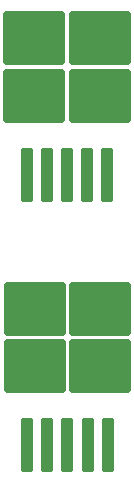
<source format=gbr>
%TF.GenerationSoftware,KiCad,Pcbnew,8.0.7*%
%TF.CreationDate,2024-12-31T18:49:18-05:00*%
%TF.ProjectId,12V-5V-3V3-BuckConverter,3132562d-3556-42d3-9356-332d4275636b,rev?*%
%TF.SameCoordinates,Original*%
%TF.FileFunction,Paste,Top*%
%TF.FilePolarity,Positive*%
%FSLAX46Y46*%
G04 Gerber Fmt 4.6, Leading zero omitted, Abs format (unit mm)*
G04 Created by KiCad (PCBNEW 8.0.7) date 2024-12-31 18:49:18*
%MOMM*%
%LPD*%
G01*
G04 APERTURE LIST*
G04 Aperture macros list*
%AMRoundRect*
0 Rectangle with rounded corners*
0 $1 Rounding radius*
0 $2 $3 $4 $5 $6 $7 $8 $9 X,Y pos of 4 corners*
0 Add a 4 corners polygon primitive as box body*
4,1,4,$2,$3,$4,$5,$6,$7,$8,$9,$2,$3,0*
0 Add four circle primitives for the rounded corners*
1,1,$1+$1,$2,$3*
1,1,$1+$1,$4,$5*
1,1,$1+$1,$6,$7*
1,1,$1+$1,$8,$9*
0 Add four rect primitives between the rounded corners*
20,1,$1+$1,$2,$3,$4,$5,0*
20,1,$1+$1,$4,$5,$6,$7,0*
20,1,$1+$1,$6,$7,$8,$9,0*
20,1,$1+$1,$8,$9,$2,$3,0*%
G04 Aperture macros list end*
%ADD10RoundRect,0.250000X0.300000X-2.050000X0.300000X2.050000X-0.300000X2.050000X-0.300000X-2.050000X0*%
%ADD11RoundRect,0.250000X2.375000X-2.025000X2.375000X2.025000X-2.375000X2.025000X-2.375000X-2.025000X0*%
G04 APERTURE END LIST*
D10*
%TO.C,U1*%
X164600000Y-86775000D03*
X166300000Y-86775000D03*
X168000000Y-86775000D03*
D11*
X165225000Y-80050000D03*
X170775000Y-80050000D03*
X165225000Y-75200000D03*
X170775000Y-75200000D03*
D10*
X169700000Y-86775000D03*
X171400000Y-86775000D03*
%TD*%
%TO.C,U2*%
X171442677Y-109650000D03*
X169742677Y-109650000D03*
D11*
X170817677Y-98075000D03*
X165267677Y-98075000D03*
X170817677Y-102925000D03*
X165267677Y-102925000D03*
D10*
X168042677Y-109650000D03*
X166342677Y-109650000D03*
X164642677Y-109650000D03*
%TD*%
M02*

</source>
